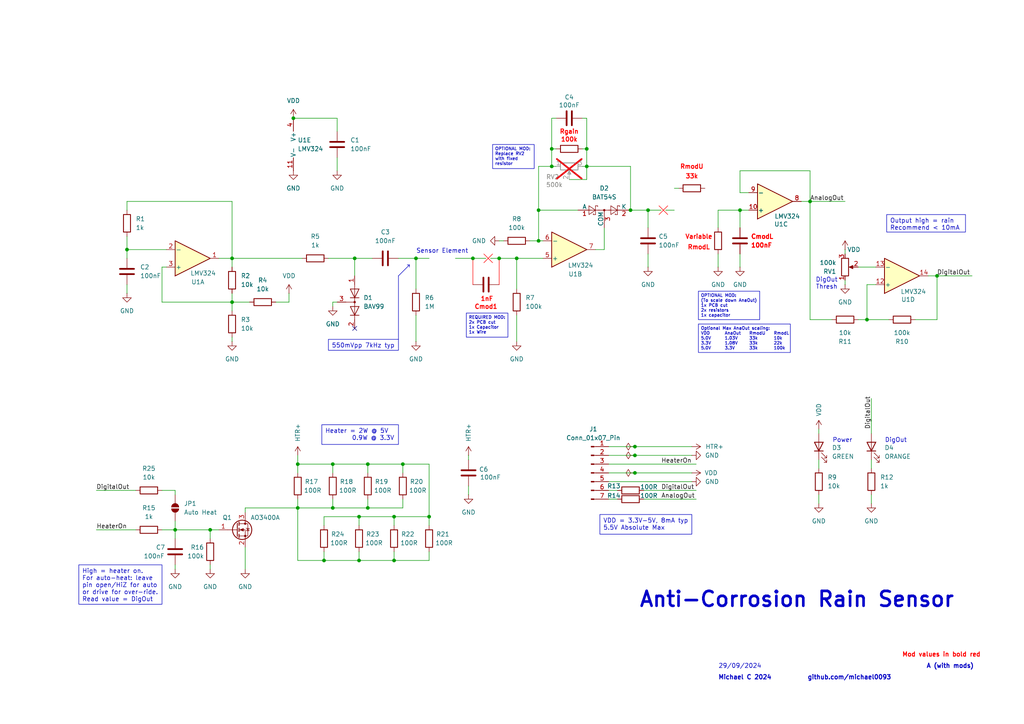
<source format=kicad_sch>
(kicad_sch (version 20231120) (generator "eeschema") (generator_version "8.0")
  (paper "A4")
  (lib_symbols
    (symbol "Amplifier_Operational:LMV324" (pin_names (offset 0.127))
      (property "Reference" "U" (at 0 5.08 0))
      (property "Value" "LMV324" (at 0 -5.08 0))
      (symbol "LMV324_1_1"
        (polyline (pts (xy -5.08 5.08) (xy 5.08 0) (xy -5.08 -5.08) (xy -5.08 5.08)) (stroke (width 0.254)) (fill (type background)))
        (pin output line (at 7.62 0 180) (length 2.54) (name "~") (number "1"))
        (pin input line (at -7.62 -2.54 0) (length 2.54) (name "-") (number "2"))
        (pin input line (at -7.62 2.54 0) (length 2.54) (name "+") (number "3"))
      )
      (symbol "LMV324_2_1"
        (polyline (pts (xy -5.08 5.08) (xy 5.08 0) (xy -5.08 -5.08) (xy -5.08 5.08)) (stroke (width 0.254)) (fill (type background)))
        (pin input line (at -7.62 2.54 0) (length 2.54) (name "+") (number "5"))
        (pin input line (at -7.62 -2.54 0) (length 2.54) (name "-") (number "6"))
        (pin output line (at 7.62 0 180) (length 2.54) (name "~") (number "7"))
      )
      (symbol "LMV324_3_1"
        (polyline (pts (xy -5.08 5.08) (xy 5.08 0) (xy -5.08 -5.08) (xy -5.08 5.08)) (stroke (width 0.254)) (fill (type background)))
        (pin input line (at -7.62 2.54 0) (length 2.54) (name "+") (number "10"))
        (pin output line (at 7.62 0 180) (length 2.54) (name "~") (number "8"))
        (pin input line (at -7.62 -2.54 0) (length 2.54) (name "-") (number "9"))
      )
      (symbol "LMV324_4_1"
        (polyline (pts (xy -5.08 5.08) (xy 5.08 0) (xy -5.08 -5.08) (xy -5.08 5.08)) (stroke (width 0.254)) (fill (type background)))
        (pin input line (at -7.62 2.54 0) (length 2.54) (name "+") (number "12"))
        (pin input line (at -7.62 -2.54 0) (length 2.54) (name "-") (number "13"))
        (pin output line (at 7.62 0 180) (length 2.54) (name "~") (number "14"))
      )
      (symbol "LMV324_5_1"
        (pin power_in line (at -2.54 -7.62 90) (length 3.81) (name "V-") (number "11"))
        (pin power_in line (at -2.54 7.62 270) (length 3.81) (name "V+") (number "4"))
      )
    )
    (symbol "Connector:Conn_01x07_Pin" (pin_names (offset 1.016) hide)
      (property "Reference" "J" (at 0 10.16 0))
      (property "Value" "Conn_01x07_Pin" (at 0 -10.16 0))
      (symbol "Conn_01x07_Pin_1_1"
        (polyline (pts (xy 1.27 -7.62) (xy 0.8636 -7.62)) (stroke (width 0.1524)))
        (polyline (pts (xy 1.27 -5.08) (xy 0.8636 -5.08)) (stroke (width 0.1524)))
        (polyline (pts (xy 1.27 -2.54) (xy 0.8636 -2.54)) (stroke (width 0.1524)))
        (polyline (pts (xy 1.27 0) (xy 0.8636 0)) (stroke (width 0.1524)))
        (polyline (pts (xy 1.27 2.54) (xy 0.8636 2.54)) (stroke (width 0.1524)))
        (polyline (pts (xy 1.27 5.08) (xy 0.8636 5.08)) (stroke (width 0.1524)))
        (polyline (pts (xy 1.27 7.62) (xy 0.8636 7.62)) (stroke (width 0.1524)))
        (rectangle (start 0.8636 -7.493) (end 0 -7.747) (stroke (width 0.1524)) (fill (type outline)))
        (rectangle (start 0.8636 -4.953) (end 0 -5.207) (stroke (width 0.1524)) (fill (type outline)))
        (rectangle (start 0.8636 -2.413) (end 0 -2.667) (stroke (width 0.1524)) (fill (type outline)))
        (rectangle (start 0.8636 0.127) (end 0 -0.127) (stroke (width 0.1524)) (fill (type outline)))
        (rectangle (start 0.8636 2.667) (end 0 2.413) (stroke (width 0.1524)) (fill (type outline)))
        (rectangle (start 0.8636 5.207) (end 0 4.953) (stroke (width 0.1524)) (fill (type outline)))
        (rectangle (start 0.8636 7.747) (end 0 7.493) (stroke (width 0.1524)) (fill (type outline)))
        (pin passive line (at 5.08 7.62 180) (length 3.81) (name "Pin_1") (number "1"))
        (pin passive line (at 5.08 5.08 180) (length 3.81) (name "Pin_2") (number "2"))
        (pin passive line (at 5.08 2.54 180) (length 3.81) (name "Pin_3") (number "3"))
        (pin passive line (at 5.08 0 180) (length 3.81) (name "Pin_4") (number "4"))
        (pin passive line (at 5.08 -2.54 180) (length 3.81) (name "Pin_5") (number "5"))
        (pin passive line (at 5.08 -5.08 180) (length 3.81) (name "Pin_6") (number "6"))
        (pin passive line (at 5.08 -7.62 180) (length 3.81) (name "Pin_7") (number "7"))
      )
    )
    (symbol "Device:C" (pin_numbers hide) (pin_names (offset 0.254))
      (property "Reference" "C" (at 0.635 2.54 0))
      (property "Value" "C" (at 0.635 -2.54 0))
      (symbol "C_0_1"
        (polyline (pts (xy -2.032 -0.762) (xy 2.032 -0.762)) (stroke (width 0.508)))
        (polyline (pts (xy -2.032 0.762) (xy 2.032 0.762)) (stroke (width 0.508)))
      )
      (symbol "C_1_1"
        (pin passive line (at 0 3.81 270) (length 2.794) (name "~") (number "1"))
        (pin passive line (at 0 -3.81 90) (length 2.794) (name "~") (number "2"))
      )
    )
    (symbol "Device:LED" (pin_numbers hide) (pin_names (offset 1.016) hide)
      (property "Reference" "D" (at 0 2.54 0))
      (property "Value" "LED" (at 0 -2.54 0))
      (symbol "LED_0_1"
        (polyline (pts (xy -1.27 -1.27) (xy -1.27 1.27)) (stroke (width 0.254)))
        (polyline (pts (xy -1.27 0) (xy 1.27 0)))
        (polyline (pts (xy 1.27 -1.27) (xy 1.27 1.27) (xy -1.27 0) (xy 1.27 -1.27)) (stroke (width 0.254)))
        (polyline (pts (xy -3.048 -0.762) (xy -4.572 -2.286) (xy -3.81 -2.286) (xy -4.572 -2.286) (xy -4.572 -1.524)))
        (polyline (pts (xy -1.778 -0.762) (xy -3.302 -2.286) (xy -2.54 -2.286) (xy -3.302 -2.286) (xy -3.302 -1.524)))
      )
      (symbol "LED_1_1"
        (pin passive line (at -3.81 0 0) (length 2.54) (name "K") (number "1"))
        (pin passive line (at 3.81 0 180) (length 2.54) (name "A") (number "2"))
      )
    )
    (symbol "Device:R" (pin_numbers hide) (pin_names (offset 0))
      (property "Reference" "R" (at 2.032 0 90))
      (property "Value" "R" (at 0 0 90))
      (symbol "R_0_1"
        (rectangle (start -1.016 -2.54) (end 1.016 2.54) (stroke (width 0.254)))
      )
      (symbol "R_1_1"
        (pin passive line (at 0 3.81 270) (length 1.27) (name "~") (number "1"))
        (pin passive line (at 0 -3.81 90) (length 1.27) (name "~") (number "2"))
      )
    )
    (symbol "Device:R_Potentiometer" (pin_names (offset 1.016) hide)
      (property "Reference" "RV" (at -4.445 0 90))
      (property "Value" "R_Potentiometer" (at -2.54 0 90))
      (symbol "R_Potentiometer_0_1"
        (polyline (pts (xy 2.54 0) (xy 1.524 0)))
        (polyline (pts (xy 1.143 0) (xy 2.286 0.508) (xy 2.286 -0.508) (xy 1.143 0)) (fill (type outline)))
        (rectangle (start 1.016 2.54) (end -1.016 -2.54) (stroke (width 0.254)))
      )
      (symbol "R_Potentiometer_1_1"
        (pin passive line (at 0 3.81 270) (length 1.27) (name "1") (number "1"))
        (pin passive line (at 3.81 0 180) (length 1.27) (name "2") (number "2"))
        (pin passive line (at 0 -3.81 90) (length 1.27) (name "3") (number "3"))
      )
    )
    (symbol "Diode:BAT54S" (pin_names (offset 0))
      (property "Reference" "D" (at 2.54 -5.08 0))
      (property "Value" "BAT54S" (at -6.35 3.175 0))
      (symbol "BAT54S_0_1"
        (polyline (pts (xy -3.81 0) (xy -1.27 0)))
        (polyline (pts (xy -3.175 -1.27) (xy -3.175 -1.016)))
        (polyline (pts (xy -2.54 -1.27) (xy -3.175 -1.27)))
        (polyline (pts (xy -2.54 -1.27) (xy -2.54 1.27)))
        (polyline (pts (xy -2.54 1.27) (xy -1.905 1.27)))
        (polyline (pts (xy -1.905 0) (xy 1.905 0)))
        (polyline (pts (xy -1.905 1.27) (xy -1.905 1.016)))
        (polyline (pts (xy 1.27 0) (xy 3.81 0)))
        (polyline (pts (xy 3.175 -1.27) (xy 3.175 -1.016)))
        (polyline (pts (xy 3.81 -1.27) (xy 3.175 -1.27)))
        (polyline (pts (xy 3.81 -1.27) (xy 3.81 1.27)))
        (polyline (pts (xy 3.81 1.27) (xy 4.445 1.27)))
        (polyline (pts (xy 4.445 1.27) (xy 4.445 1.016)))
        (polyline (pts (xy -4.445 1.27) (xy -4.445 -1.27) (xy -2.54 0) (xy -4.445 1.27)))
        (polyline (pts (xy 1.905 1.27) (xy 1.905 -1.27) (xy 3.81 0) (xy 1.905 1.27)))
        (circle (center 0 0) (radius 0.254) (fill (type outline)))
      )
      (symbol "BAT54S_1_1"
        (pin passive line (at -7.62 0 0) (length 3.81) (name "A") (number "1"))
        (pin passive line (at 7.62 0 180) (length 3.81) (name "K") (number "2"))
        (pin passive line (at 0 -5.08 90) (length 5.08) (name "COM") (number "3"))
      )
    )
    (symbol "Diode:BAV99" (pin_names hide)
      (property "Reference" "D" (at 0 5.08 0))
      (property "Value" "BAV99" (at 0 2.54 0))
      (symbol "BAV99_0_1"
        (polyline (pts (xy -5.08 0) (xy 5.08 0)))
      )
      (symbol "BAV99_1_1"
        (polyline (pts (xy 0 0) (xy 0 -2.54)))
        (polyline (pts (xy -1.27 -1.27) (xy -1.27 1.27) (xy -1.27 1.27)) (stroke (width 0.2032)))
        (polyline (pts (xy 3.81 1.27) (xy 3.81 -1.27) (xy 3.81 -1.27)) (stroke (width 0.2032)))
        (polyline (pts (xy -3.81 1.27) (xy -1.27 0) (xy -3.81 -1.27) (xy -3.81 1.27) (xy -3.81 1.27) (xy -3.81 1.27)) (stroke (width 0.2032)))
        (polyline (pts (xy 1.27 1.27) (xy 3.81 0) (xy 1.27 -1.27) (xy 1.27 1.27) (xy 1.27 1.27) (xy 1.27 1.27)) (stroke (width 0.2032)))
        (circle (center 0 0) (radius 0.254) (fill (type outline)))
        (pin passive line (at -7.62 0 0) (length 2.54) (name "K") (number "1"))
        (pin passive line (at 7.62 0 180) (length 2.54) (name "A") (number "2"))
        (pin passive line (at 0 -5.08 90) (length 2.54) (name "K") (number "3"))
      )
    )
    (symbol "Jumper:SolderJumper_2_Open" (pin_numbers hide) (pin_names (offset 0) hide) (exclude_from_sim yes) (in_bom no)
      (property "Reference" "JP" (at 0 2.032 0))
      (property "Value" "SolderJumper_2_Open" (at 0 -2.54 0))
      (symbol "SolderJumper_2_Open_0_1"
        (arc (start -0.254 1.016) (mid -1.2656 0) (end -0.254 -1.016))
        (arc (start -0.254 1.016) (mid -1.2656 0) (end -0.254 -1.016) (fill (type outline)))
        (polyline (pts (xy -0.254 1.016) (xy -0.254 -1.016)))
        (polyline (pts (xy 0.254 1.016) (xy 0.254 -1.016)))
        (arc (start 0.254 -1.016) (mid 1.2656 0) (end 0.254 1.016))
        (arc (start 0.254 -1.016) (mid 1.2656 0) (end 0.254 1.016) (fill (type outline)))
      )
      (symbol "SolderJumper_2_Open_1_1"
        (pin passive line (at -3.81 0 0) (length 2.54) (name "A") (number "1"))
        (pin passive line (at 3.81 0 180) (length 2.54) (name "B") (number "2"))
      )
    )
    (symbol "Transistor_FET:AO3400A" (pin_names hide)
      (property "Reference" "Q" (at 5.08 1.905 0))
      (property "Value" "AO3400A" (at 5.08 0 0))
      (symbol "AO3400A_0_1"
        (polyline (pts (xy 0.254 0) (xy -2.54 0)))
        (polyline (pts (xy 0.254 1.905) (xy 0.254 -1.905)) (stroke (width 0.254)))
        (polyline (pts (xy 0.762 -1.27) (xy 0.762 -2.286)) (stroke (width 0.254)))
        (polyline (pts (xy 0.762 0.508) (xy 0.762 -0.508)) (stroke (width 0.254)))
        (polyline (pts (xy 0.762 2.286) (xy 0.762 1.27)) (stroke (width 0.254)))
        (polyline (pts (xy 2.54 2.54) (xy 2.54 1.778)))
        (polyline (pts (xy 2.54 -2.54) (xy 2.54 0) (xy 0.762 0)))
        (polyline (pts (xy 0.762 -1.778) (xy 3.302 -1.778) (xy 3.302 1.778) (xy 0.762 1.778)))
        (polyline (pts (xy 1.016 0) (xy 2.032 0.381) (xy 2.032 -0.381) (xy 1.016 0)) (fill (type outline)))
        (polyline (pts (xy 2.794 0.508) (xy 2.921 0.381) (xy 3.683 0.381) (xy 3.81 0.254)))
        (polyline (pts (xy 3.302 0.381) (xy 2.921 -0.254) (xy 3.683 -0.254) (xy 3.302 0.381)))
        (circle (center 1.651 0) (radius 2.794) (stroke (width 0.254)))
        (circle (center 2.54 -1.778) (radius 0.254) (fill (type outline)))
        (circle (center 2.54 1.778) (radius 0.254) (fill (type outline)))
      )
      (symbol "AO3400A_1_1"
        (pin input line (at -5.08 0 0) (length 2.54) (name "G") (number "1"))
        (pin passive line (at 2.54 -5.08 90) (length 2.54) (name "S") (number "2"))
        (pin passive line (at 2.54 5.08 270) (length 2.54) (name "D") (number "3"))
      )
    )
    (symbol "power:GND" (power) (pin_numbers hide) (pin_names (offset 0) hide)
      (property "Value" "GND" (at 0 -3.81 0))
      (symbol "GND_0_1"
        (polyline (pts (xy 0 0) (xy 0 -1.27) (xy 1.27 -1.27) (xy 0 -2.54) (xy -1.27 -1.27) (xy 0 -1.27)))
      )
      (symbol "GND_1_1"
        (pin power_in line (at 0 0 270) (length 0) (name "~") (number "1"))
      )
    )
    (symbol "power:PWR_FLAG" (power) (pin_numbers hide) (pin_names (offset 0) hide)
      (property "Value" "PWR_FLAG" (at 0 3.81 0))
      (symbol "PWR_FLAG_0_0"
        (pin power_out line (at 0 0 90) (length 0) (name "~") (number "1"))
      )
      (symbol "PWR_FLAG_0_1"
        (polyline (pts (xy 0 0) (xy 0 1.27) (xy -1.016 1.905) (xy 0 2.54) (xy 1.016 1.905) (xy 0 1.27)))
      )
    )
    (symbol "power:VDD" (power) (pin_numbers hide) (pin_names (offset 0) hide)
      (property "Value" "VDD" (at 0 3.556 0))
      (symbol "VDD_0_1"
        (polyline (pts (xy -0.762 1.27) (xy 0 2.54)))
        (polyline (pts (xy 0 0) (xy 0 2.54)))
        (polyline (pts (xy 0 2.54) (xy 0.762 1.27)))
      )
      (symbol "VDD_1_1"
        (pin power_in line (at 0 0 90) (length 0) (name "~") (number "1"))
      )
    )
  )
  (junction (at 187.96 60.96))
  (junction (at 149.86 74.93))
  (junction (at 184.15 129.54))
  (junction (at 160.02 48.26))
  (junction (at 214.63 60.96))
  (junction (at 137.16 74.93))
  (junction (at 170.18 43.18))
  (junction (at 106.68 134.62))
  (junction (at 102.87 74.93))
  (junction (at 234.95 58.42))
  (junction (at 104.14 162.56))
  (junction (at 67.31 87.63))
  (junction (at 96.52 134.62))
  (junction (at 120.65 74.93))
  (junction (at 86.36 134.62))
  (junction (at 251.46 92.71))
  (junction (at 93.98 162.56))
  (junction (at 124.46 149.86))
  (junction (at 271.78 80.01))
  (junction (at 85.09 34.29))
  (junction (at 114.3 149.86))
  (junction (at 114.3 162.56))
  (junction (at 184.15 137.16))
  (junction (at 67.31 74.93))
  (junction (at 156.21 60.96))
  (junction (at 182.88 60.96))
  (junction (at 50.8 153.67))
  (junction (at 86.36 147.32))
  (junction (at 36.83 72.39))
  (junction (at 160.02 43.18))
  (junction (at 116.84 134.62))
  (junction (at 170.18 48.26))
  (junction (at 96.52 147.32))
  (junction (at 104.14 149.86))
  (junction (at 184.15 132.08))
  (junction (at 60.96 153.67))
  (junction (at 156.21 69.85))
  (junction (at 144.78 74.93))
  (junction (at 106.68 147.32))
  (no_connect (at 102.87 95.25))
  (wire (pts (xy 124.46 162.56) (xy 124.46 160.02)))
  (wire (pts (xy 50.8 142.24) (xy 50.8 143.51)))
  (wire (pts (xy 137.16 74.93) (xy 140.97 74.93)))
  (wire (pts (xy 50.8 163.83) (xy 50.8 165.1)))
  (wire (pts (xy 80.01 87.63) (xy 83.82 87.63)))
  (wire (pts (xy 50.8 153.67) (xy 50.8 156.21)))
  (wire (pts (xy 156.21 48.26) (xy 156.21 60.96)))
  (wire (pts (xy 97.79 38.1) (xy 97.79 34.29)))
  (wire (pts (xy 234.95 58.42) (xy 234.95 49.53)))
  (wire (pts (xy 96.52 144.78) (xy 96.52 147.32)))
  (wire (pts (xy 271.78 80.01) (xy 281.94 80.01)))
  (wire (pts (xy 132.08 74.93) (xy 137.16 74.93)))
  (wire (pts (xy 195.58 60.96) (xy 193.04 60.96)))
  (wire (pts (xy 67.31 74.93) (xy 87.63 74.93)))
  (wire (pts (xy 208.28 60.96) (xy 214.63 60.96)))
  (wire (pts (xy 144.78 74.93) (xy 149.86 74.93)))
  (wire (pts (xy 97.79 87.63) (xy 96.52 87.63)))
  (wire (pts (xy 106.68 134.62) (xy 116.84 134.62)))
  (wire (pts (xy 67.31 74.93) (xy 67.31 58.42)))
  (wire (pts (xy 104.14 149.86) (xy 114.3 149.86)))
  (wire (pts (xy 36.83 72.39) (xy 36.83 74.93)))
  (wire (pts (xy 176.53 142.24) (xy 179.07 142.24)))
  (wire (pts (xy 97.79 49.53) (xy 97.79 45.72)))
  (wire (pts (xy 114.3 162.56) (xy 124.46 162.56)))
  (wire (pts (xy 124.46 134.62) (xy 116.84 134.62)))
  (wire (pts (xy 67.31 85.09) (xy 67.31 87.63)))
  (wire (pts (xy 86.36 137.16) (xy 86.36 134.62)))
  (wire (pts (xy 237.49 125.73) (xy 237.49 124.46)))
  (wire (pts (xy 252.73 143.51) (xy 252.73 146.05)))
  (wire (pts (xy 184.15 132.08) (xy 200.66 132.08)))
  (polyline (pts (xy 118.11 76.835) (xy 118.745 76.835)))
  (wire (pts (xy 187.96 60.96) (xy 191.77 60.96)))
  (wire (pts (xy 60.96 153.67) (xy 60.96 156.21)))
  (wire (pts (xy 187.96 77.47) (xy 187.96 73.66)))
  (wire (pts (xy 186.69 144.78) (xy 201.93 144.78)))
  (wire (pts (xy 63.5 74.93) (xy 67.31 74.93)))
  (wire (pts (xy 232.41 58.42) (xy 234.95 58.42)))
  (wire (pts (xy 36.83 68.58) (xy 36.83 72.39)))
  (wire (pts (xy 116.84 134.62) (xy 116.84 137.16)))
  (wire (pts (xy 27.94 153.67) (xy 39.37 153.67)))
  (wire (pts (xy 176.53 137.16) (xy 184.15 137.16)))
  (wire (pts (xy 124.46 149.86) (xy 124.46 152.4)))
  (wire (pts (xy 160.02 34.29) (xy 160.02 43.18)))
  (wire (pts (xy 137.16 74.93) (xy 137.16 82.55)) (stroke (width 0) (color 255 0 0 1)))
  (wire (pts (xy 165.1 52.07) (xy 170.18 52.07)))
  (wire (pts (xy 93.98 160.02) (xy 93.98 162.56)))
  (wire (pts (xy 96.52 147.32) (xy 86.36 147.32)))
  (wire (pts (xy 97.79 34.29) (xy 85.09 34.29)))
  (wire (pts (xy 172.72 72.39) (xy 175.26 72.39)))
  (wire (pts (xy 86.36 147.32) (xy 86.36 162.56)))
  (wire (pts (xy 156.21 69.85) (xy 157.48 69.85)))
  (wire (pts (xy 170.18 34.29) (xy 168.91 34.29)))
  (wire (pts (xy 142.24 74.93) (xy 144.78 74.93)))
  (wire (pts (xy 170.18 43.18) (xy 170.18 34.29)))
  (wire (pts (xy 36.83 58.42) (xy 36.83 60.96)))
  (wire (pts (xy 269.24 80.01) (xy 271.78 80.01)))
  (wire (pts (xy 135.89 140.97) (xy 135.89 143.51)))
  (wire (pts (xy 93.98 149.86) (xy 104.14 149.86)))
  (polyline (pts (xy 140.335 76.2) (xy 142.875 73.66)) (stroke (width 0) (color 255 0 0 1)))
  (wire (pts (xy 187.96 60.96) (xy 187.96 66.04)))
  (wire (pts (xy 214.63 49.53) (xy 214.63 55.88)))
  (wire (pts (xy 27.94 142.24) (xy 39.37 142.24)))
  (wire (pts (xy 120.65 74.93) (xy 115.57 74.93)))
  (wire (pts (xy 60.96 163.83) (xy 60.96 165.1)))
  (wire (pts (xy 170.18 52.07) (xy 170.18 48.26)))
  (wire (pts (xy 208.28 60.96) (xy 208.28 66.04)))
  (wire (pts (xy 50.8 153.67) (xy 46.99 153.67)))
  (wire (pts (xy 96.52 87.63) (xy 96.52 88.9)))
  (wire (pts (xy 176.53 139.7) (xy 200.66 139.7)))
  (wire (pts (xy 195.58 54.61) (xy 196.85 54.61)))
  (wire (pts (xy 104.14 149.86) (xy 104.14 152.4)))
  (wire (pts (xy 71.12 147.32) (xy 86.36 147.32)))
  (wire (pts (xy 252.73 133.35) (xy 252.73 135.89)))
  (wire (pts (xy 257.81 92.71) (xy 251.46 92.71)))
  (wire (pts (xy 86.36 134.62) (xy 96.52 134.62)))
  (wire (pts (xy 106.68 144.78) (xy 106.68 147.32)))
  (wire (pts (xy 102.87 74.93) (xy 107.95 74.93)))
  (wire (pts (xy 120.65 91.44) (xy 120.65 99.06)))
  (wire (pts (xy 86.36 132.08) (xy 86.36 134.62)))
  (wire (pts (xy 96.52 134.62) (xy 96.52 137.16)))
  (wire (pts (xy 106.68 134.62) (xy 106.68 137.16)))
  (wire (pts (xy 67.31 74.93) (xy 67.31 77.47)))
  (wire (pts (xy 176.53 132.08) (xy 184.15 132.08)))
  (wire (pts (xy 104.14 162.56) (xy 114.3 162.56)))
  (wire (pts (xy 161.29 34.29) (xy 160.02 34.29)))
  (wire (pts (xy 234.95 49.53) (xy 214.63 49.53)))
  (wire (pts (xy 237.49 133.35) (xy 237.49 135.89)))
  (wire (pts (xy 116.84 147.32) (xy 106.68 147.32)))
  (wire (pts (xy 187.96 60.96) (xy 182.88 60.96)))
  (wire (pts (xy 149.86 74.93) (xy 157.48 74.93)))
  (wire (pts (xy 104.14 160.02) (xy 104.14 162.56)))
  (wire (pts (xy 214.63 55.88) (xy 217.17 55.88)))
  (wire (pts (xy 71.12 158.75) (xy 71.12 165.1)))
  (wire (pts (xy 67.31 87.63) (xy 67.31 90.17)))
  (polyline (pts (xy 191.135 59.69) (xy 193.675 62.23)) (stroke (width 0) (color 255 0 0 1)))
  (wire (pts (xy 160.02 43.18) (xy 161.29 43.18)))
  (wire (pts (xy 36.83 72.39) (xy 48.26 72.39)))
  (wire (pts (xy 46.99 77.47) (xy 46.99 87.63)))
  (polyline (pts (xy 118.745 76.835) (xy 118.745 77.47)))
  (wire (pts (xy 71.12 148.59) (xy 71.12 147.32)))
  (polyline (pts (xy 191.135 62.23) (xy 193.675 59.69)) (stroke (width 0) (color 255 0 0 1)))
  (wire (pts (xy 93.98 162.56) (xy 104.14 162.56)))
  (wire (pts (xy 67.31 58.42) (xy 36.83 58.42)))
  (wire (pts (xy 160.02 48.26) (xy 156.21 48.26)))
  (wire (pts (xy 93.98 152.4) (xy 93.98 149.86)))
  (wire (pts (xy 102.87 80.01) (xy 102.87 74.93)))
  (wire (pts (xy 48.26 77.47) (xy 46.99 77.47)))
  (wire (pts (xy 214.63 60.96) (xy 217.17 60.96)))
  (wire (pts (xy 96.52 134.62) (xy 106.68 134.62)))
  (wire (pts (xy 184.15 137.16) (xy 200.66 137.16)))
  (wire (pts (xy 160.02 43.18) (xy 160.02 48.26)))
  (wire (pts (xy 46.99 87.63) (xy 67.31 87.63)))
  (wire (pts (xy 252.73 115.57) (xy 252.73 125.73)))
  (wire (pts (xy 161.29 48.26) (xy 160.02 48.26)))
  (wire (pts (xy 67.31 97.79) (xy 67.31 99.06)))
  (wire (pts (xy 50.8 151.13) (xy 50.8 153.67)))
  (wire (pts (xy 86.36 144.78) (xy 86.36 147.32)))
  (wire (pts (xy 182.88 48.26) (xy 182.88 60.96)))
  (wire (pts (xy 176.53 144.78) (xy 179.07 144.78)))
  (wire (pts (xy 114.3 160.02) (xy 114.3 162.56)))
  (wire (pts (xy 120.65 74.93) (xy 124.46 74.93)))
  (wire (pts (xy 144.78 74.93) (xy 144.78 82.55)) (stroke (width 0) (color 255 0 0 1)))
  (wire (pts (xy 144.78 69.85) (xy 146.05 69.85)))
  (wire (pts (xy 176.53 129.54) (xy 184.15 129.54)))
  (wire (pts (xy 251.46 82.55) (xy 254 82.55)))
  (wire (pts (xy 114.3 149.86) (xy 124.46 149.86)))
  (wire (pts (xy 102.87 74.93) (xy 95.25 74.93)))
  (wire (pts (xy 245.11 72.39) (xy 245.11 73.66)))
  (wire (pts (xy 124.46 134.62) (xy 124.46 149.86)))
  (wire (pts (xy 214.63 60.96) (xy 214.63 66.04)))
  (wire (pts (xy 86.36 162.56) (xy 93.98 162.56)))
  (wire (pts (xy 116.84 144.78) (xy 116.84 147.32)))
  (wire (pts (xy 271.78 80.01) (xy 271.78 92.71)))
  (wire (pts (xy 135.89 132.08) (xy 135.89 133.35)))
  (polyline (pts (xy 115.57 98.425) (xy 115.57 80.01)))
  (wire (pts (xy 156.21 60.96) (xy 156.21 69.85)))
  (wire (pts (xy 72.39 87.63) (xy 67.31 87.63)))
  (wire (pts (xy 149.86 91.44) (xy 149.86 99.06)))
  (wire (pts (xy 245.11 82.55) (xy 245.11 81.28)))
  (wire (pts (xy 120.65 83.82) (xy 120.65 74.93)))
  (wire (pts (xy 184.15 129.54) (xy 200.66 129.54)))
  (wire (pts (xy 36.83 82.55) (xy 36.83 85.09)))
  (wire (pts (xy 63.5 153.67) (xy 60.96 153.67)))
  (wire (pts (xy 106.68 147.32) (xy 96.52 147.32)))
  (wire (pts (xy 176.53 134.62) (xy 201.93 134.62)))
  (wire (pts (xy 46.99 142.24) (xy 50.8 142.24)))
  (wire (pts (xy 149.86 83.82) (xy 149.86 74.93)))
  (wire (pts (xy 271.78 92.71) (xy 265.43 92.71)))
  (polyline (pts (xy 140.335 73.66) (xy 142.875 76.2)) (stroke (width 0) (color 255 0 0 1)))
  (wire (pts (xy 167.64 60.96) (xy 156.21 60.96)))
  (wire (pts (xy 153.67 69.85) (xy 156.21 69.85)))
  (wire (pts (xy 234.95 58.42) (xy 245.11 58.42)))
  (wire (pts (xy 168.91 43.18) (xy 170.18 43.18)))
  (wire (pts (xy 186.69 142.24) (xy 201.93 142.24)))
  (wire (pts (xy 170.18 48.26) (xy 170.18 43.18)))
  (wire (pts (xy 170.18 48.26) (xy 182.88 48.26)))
  (wire (pts (xy 60.96 153.67) (xy 50.8 153.67)))
  (wire (pts (xy 241.3 92.71) (xy 234.95 92.71)))
  (wire (pts (xy 175.26 72.39) (xy 175.26 66.04)))
  (wire (pts (xy 248.92 77.47) (xy 254 77.47)))
  (wire (pts (xy 214.63 77.47) (xy 214.63 73.66)))
  (wire (pts (xy 237.49 143.51) (xy 237.49 146.05)))
  (polyline (pts (xy 115.57 80.01) (xy 118.745 76.835)))
  (wire (pts (xy 83.82 87.63) (xy 83.82 85.09)))
  (wire (pts (xy 208.28 73.66) (xy 208.28 77.47)))
  (wire (pts (xy 114.3 149.86) (xy 114.3 152.4)))
  (wire (pts (xy 248.92 92.71) (xy 251.46 92.71)))
  (wire (pts (xy 251.46 92.71) (xy 251.46 82.55)))
  (wire (pts (xy 234.95 92.71) (xy 234.95 58.42)))
  (wire (pts (xy 168.91 48.26) (xy 170.18 48.26)))
  (text_box "Optional Max AnaOut scaling:\nVDD		AnaOut	RmodU	RmodL\n5.0V	1.03V	33k		10k\n3.3V	1.08V	33k		22k\n5.0V	3.3V	33k		100k" (at 202.565 93.98 0) (size 26.67 8.255) (effects (font (size 0.889 0.889)) (justify left top)))
  (text_box "Heater = 2W @ 5V \n        0.9W @ 3.3V" (at 93.345 123.19 0) (size 22.225 5.715) (effects (font (size 1.27 1.27)) (justify left top)))
  (text_box "Output high = rain\nRecommend < 10mA" (at 257.175 62.23 0) (size 22.86 5.08) (effects (font (size 1.27 1.27)) (justify left top)))
  (text_box "VDD = 3.3V-5V, 8mA typ\n5.5V Absolute Max" (at 173.99 149.225 0) (size 26.67 5.715) (effects (font (size 1.27 1.27)) (justify left top)))
  (text_box "OPTIONAL MOD:\nReplace RV2 with fixed resistor" (at 142.875 41.91 0) (size 12.065 6.985) (effects (font (size 0.889 0.889)) (justify left top)))
  (text_box "550mVpp 7kHz typ" (at 95.25 98.425 0) (size 20.32 3.175) (effects (font (size 1.27 1.27)) (justify left top)))
  (text_box "High = heater on.\nFor auto-heat: leave pin open/HiZ for auto or drive for over-ride. Read value = DigOut" (at 22.86 163.83 0) (size 24.13 11.43) (effects (font (size 1.27 1.27)) (justify left top)))
  (text_box "REQUIRED MOD:\n2x PCB cut\n1x Capacitor\n1x Wire" (at 135.255 90.805 0) (size 12.065 6.985) (effects (font (size 0.889 0.889)) (justify left top)))
  (text_box "OPTIONAL MOD:\n(To scale down AnaOut)\n1x PCB cut\n2x resistors\n1x capacitor" (at 202.565 84.455 0) (size 17.78 8.255) (effects (font (size 0.889 0.889)) (justify left top)))
  (text "29/09/2024" (at 214.63 193.294 0) (effects (font (size 1.27 1.27))))
  (text "Power" (at 244.348 127.762 0) (effects (font (size 1.27 1.27))))
  (text "DigOut" (at 259.842 127.762 0) (effects (font (size 1.27 1.27))))
  (text "A (with mods)" (at 275.59 193.294 0) (effects (font (size 1.27 1.27) (thickness 0.254) (bold yes))))
  (text "Michael C 2024           github.com/michael0093" (at 233.426 196.596 0) (effects (font (size 1.27 1.27) (thickness 0.254) (bold yes))))
  (text "Sensor Element" (at 128.27 72.898 0) (effects (font (size 1.27 1.27))))
  (text "Anti-Corrosion Rain Sensor" (at 231.14 173.99 0) (effects (font (size 4.318 4.318) (thickness 0.762) (bold yes))))
  (text "DigOut\nThresh" (at 239.776 82.296 0) (effects (font (size 1.27 1.27))))
  (text "Mod values in bold red" (at 273.05 189.992 0) (effects (font (size 1.27 1.27) (thickness 0.254) (bold yes))))
  (label "HeaterOn" (at 36.83 153.67 180))
  (label "AnalogOut" (at 191.77 144.78 0))
  (label "DigitalOut" (at 191.77 142.24 0))
  (label "AnalogOut" (at 234.95 58.42 0))
  (label "HeaterOn" (at 191.77 134.62 0))
  (label "DigitalOut" (at 27.94 142.24 0))
  (label "DigitalOut" (at 252.73 124.46 90))
  (label "DigitalOut" (at 271.78 80.01 0))
  (symbol (lib_id "Device:R") (at 261.62 92.71 90) (mirror x) (unit 1)
    (property "Reference" "R10" (at 261.62 99.06 90))
    (property "Value" "100k" (at 261.62 96.52 90))
    (property "Footprint" "Resistor_SMD:R_0603_1608Metric" (effects (hide yes)))
    (property "Description" "Resistor" (effects (hide yes)))
  )
  (symbol (lib_id "power:GND") (at 200.66 132.08 90) (mirror x) (unit 1)
    (property "Reference" "#PWR017" (effects (hide yes)))
    (property "Value" "GND" (at 204.47 132.0799 90) (effects (justify right)))
    (property "Description" "Power symbol creates a global label with name \"GND\" , ground" (effects (hide yes)))
  )
  (symbol (lib_id "Device:C") (at 50.8 160.02 0) (mirror x) (unit 1)
    (property "Reference" "C7" (at 45.212 158.75 0) (effects (justify left)))
    (property "Value" "100nF" (at 41.656 161.29 0) (effects (justify left)))
    (property "Footprint" "Capacitor_SMD:C_0603_1608Metric" (effects (hide yes)))
    (property "Description" "Unpolarized capacitor" (effects (hide yes)))
  )
  (symbol (lib_id "Device:C") (at 36.83 78.74 0) (unit 1)
    (property "Reference" "C2" (at 40.64 77.4699 0) (effects (justify left)))
    (property "Value" "100nF" (at 40.64 80.0099 0) (effects (justify left)))
    (property "Footprint" "Capacitor_SMD:C_0603_1608Metric" (effects (hide yes)))
    (property "Description" "Unpolarized capacitor" (effects (hide yes)))
  )
  (symbol (lib_id "Device:C") (at 135.89 137.16 0) (unit 1)
    (property "Reference" "C6" (at 138.938 136.144 0) (effects (justify left)))
    (property "Value" "100nF" (at 139.192 138.43 0) (effects (justify left)))
    (property "Footprint" "Capacitor_SMD:C_0603_1608Metric" (effects (hide yes)))
    (property "Description" "Unpolarized capacitor" (effects (hide yes)))
  )
  (symbol (lib_id "power:GND") (at 135.89 143.51 0) (mirror y) (unit 1)
    (property "Reference" "#PWR025" (effects (hide yes)))
    (property "Value" "GND" (at 135.89 148.59 0))
    (property "Description" "Power symbol creates a global label with name \"GND\" , ground" (effects (hide yes)))
  )
  (symbol (lib_id "power:GND") (at 252.73 146.05 0) (mirror y) (unit 1)
    (property "Reference" "#PWR021" (effects (hide yes)))
    (property "Value" "GND" (at 252.73 151.13 0))
    (property "Description" "Power symbol creates a global label with name \"GND\" , ground" (effects (hide yes)))
  )
  (symbol (lib_id "Amplifier_Operational:LMV324") (at 55.88 74.93 0) (mirror x) (unit 1)
    (property "Reference" "U1" (at 57.404 81.788 0))
    (property "Value" "LMV324" (at 58.928 79.248 0))
    (property "Footprint" "Package_SO:SOIC-14_3.9x8.7mm_P1.27mm" (effects (hide yes)))
    (property "Datasheet" "http://www.ti.com/lit/ds/symlink/lmv324.pdf" (effects (hide yes)))
    (property "Description" "Quad Low-Voltage Rail-to-Rail Output Operational Amplifier, SOIC-14/SSOP-14" (effects (hide yes)))
  )
  (symbol (lib_id "power:GND") (at 36.83 85.09 0) (unit 1)
    (property "Reference" "#PWR03" (effects (hide yes)))
    (property "Value" "GND" (at 36.83 90.17 0))
    (property "Description" "Power symbol creates a global label with name \"GND\" , ground" (effects (hide yes)))
  )
  (symbol (lib_id "power:GND") (at 71.12 165.1 0) (unit 1)
    (property "Reference" "#PWR022" (effects (hide yes)))
    (property "Value" "GND" (at 71.12 170.18 0))
    (property "Description" "Power symbol creates a global label with name \"GND\" , ground" (effects (hide yes)))
  )
  (symbol (lib_id "Device:R") (at 124.46 156.21 180) (unit 1)
    (property "Reference" "R21" (at 126.492 154.94 0) (effects (justify right)))
    (property "Value" "100R" (at 126.238 157.48 0) (effects (justify right)))
    (property "Footprint" "Resistor_SMD:R_1206_3216Metric" (effects (hide yes)))
    (property "Description" "Resistor" (effects (hide yes)))
  )
  (symbol (lib_id "Device:R") (at 76.2 87.63 90) (unit 1)
    (property "Reference" "R4" (at 76.2 81.28 90))
    (property "Value" "10k" (at 76.2 83.82 90))
    (property "Footprint" "Resistor_SMD:R_0603_1608Metric" (effects (hide yes)))
    (property "Description" "Resistor" (effects (hide yes)))
  )
  (symbol (lib_id "Device:R") (at 165.1 43.18 90) (unit 1)
    (property "Reference" "Rgain" (at 165.1 38.1 90) (effects (font (bold yes))))
    (property "Value" "100k" (at 165.1 40.386 90) (effects (font (bold yes))))
    (property "Footprint" "Resistor_SMD:R_0603_1608Metric" (effects (hide yes)))
    (property "Description" "Resistor" (effects (hide yes)))
  )
  (symbol (lib_id "Device:R") (at 245.11 92.71 90) (mirror x) (unit 1)
    (property "Reference" "R11" (at 245.11 99.06 90))
    (property "Value" "10k" (at 245.11 96.52 90))
    (property "Footprint" "Resistor_SMD:R_0603_1608Metric" (effects (hide yes)))
    (property "Description" "Resistor" (effects (hide yes)))
  )
  (symbol (lib_id "Device:R") (at 60.96 160.02 0) (mirror x) (unit 1)
    (property "Reference" "R16" (at 59.182 158.75 0) (effects (justify right)))
    (property "Value" "100k" (at 59.182 161.29 0) (effects (justify right)))
    (property "Footprint" "Resistor_SMD:R_0603_1608Metric" (effects (hide yes)))
    (property "Description" "Resistor" (effects (hide yes)))
  )
  (symbol (lib_id "power:PWR_FLAG") (at 184.15 137.16 90) (unit 1)
    (property "Reference" "#FLG03" (effects (hide yes)))
    (property "Value" "PWR_FLAG" (effects (hide yes)))
    (property "Description" "Special symbol for telling ERC where power comes from" (effects (hide yes)))
  )
  (symbol (lib_id "Device:R") (at 149.86 87.63 180) (unit 1)
    (property "Reference" "R7" (at 152.4 86.3599 0) (effects (justify right)))
    (property "Value" "100k" (at 152.4 88.8999 0) (effects (justify right)))
    (property "Footprint" "Resistor_SMD:R_0603_1608Metric" (effects (hide yes)))
    (property "Description" "Resistor" (effects (hide yes)))
  )
  (symbol (lib_id "Device:C") (at 165.1 34.29 90) (unit 1)
    (property "Reference" "C4" (at 165.1 28.194 90))
    (property "Value" "100nF" (at 165.1 30.48 90))
    (property "Footprint" "Capacitor_SMD:C_0603_1608Metric" (effects (hide yes)))
    (property "Description" "Unpolarized capacitor" (effects (hide yes)))
  )
  (symbol (lib_id "power:GND") (at 50.8 165.1 0) (unit 1)
    (property "Reference" "#PWR024" (effects (hide yes)))
    (property "Value" "GND" (at 50.8 170.18 0))
    (property "Description" "Power symbol creates a global label with name \"GND\" , ground" (effects (hide yes)))
  )
  (symbol (lib_id "Device:C") (at 97.79 41.91 0) (unit 1)
    (property "Reference" "C1" (at 101.6 40.6399 0) (effects (justify left)))
    (property "Value" "100nF" (at 101.6 43.1799 0) (effects (justify left)))
    (property "Footprint" "Capacitor_SMD:C_0603_1608Metric" (effects (hide yes)))
    (property "Description" "Unpolarized capacitor" (effects (hide yes)))
  )
  (symbol (lib_id "Device:R") (at 116.84 140.97 180) (unit 1)
    (property "Reference" "R20" (at 118.872 139.7 0) (effects (justify right)))
    (property "Value" "100R" (at 118.618 142.24 0) (effects (justify right)))
    (property "Footprint" "Resistor_SMD:R_1206_3216Metric" (effects (hide yes)))
    (property "Description" "Resistor" (effects (hide yes)))
  )
  (symbol (lib_id "power:GND") (at 120.65 99.06 0) (unit 1)
    (property "Reference" "#PWR08" (effects (hide yes)))
    (property "Value" "GND" (at 120.65 104.14 0))
    (property "Description" "Power symbol creates a global label with name \"GND\" , ground" (effects (hide yes)))
  )
  (symbol (lib_id "power:VDD") (at 200.66 129.54 270) (unit 1)
    (property "Reference" "#PWR016" (effects (hide yes)))
    (property "Value" "HTR+" (at 207.264 129.54 90))
    (property "Description" "Power symbol creates a global label with name \"VDD\"" (effects (hide yes)))
  )
  (symbol (lib_id "power:GND") (at 144.78 69.85 270) (mirror x) (unit 1)
    (property "Reference" "#PWR010" (effects (hide yes)))
    (property "Value" "GND" (at 140.97 69.8499 90) (effects (justify right)))
    (property "Description" "Power symbol creates a global label with name \"GND\" , ground" (effects (hide yes)))
  )
  (symbol (lib_id "Device:R") (at 67.31 93.98 0) (unit 1)
    (property "Reference" "R3" (at 69.85 92.7099 0) (effects (justify left)))
    (property "Value" "10k" (at 69.85 95.2499 0) (effects (justify left)))
    (property "Footprint" "Resistor_SMD:R_0603_1608Metric" (effects (hide yes)))
    (property "Description" "Resistor" (effects (hide yes)))
  )
  (symbol (lib_id "Device:R") (at 252.73 139.7 0) (unit 1)
    (property "Reference" "R12" (at 255.27 138.4299 0) (effects (justify left)))
    (property "Value" "1k" (at 255.27 140.9699 0) (effects (justify left)))
    (property "Footprint" "Resistor_SMD:R_0603_1608Metric" (effects (hide yes)))
    (property "Description" "Resistor" (effects (hide yes)))
  )
  (symbol (lib_id "Device:R") (at 91.44 74.93 90) (unit 1)
    (property "Reference" "R5" (at 91.44 68.58 90))
    (property "Value" "1k" (at 91.44 71.12 90))
    (property "Footprint" "Resistor_SMD:R_0603_1608Metric" (effects (hide yes)))
    (property "Description" "Resistor" (effects (hide yes)))
  )
  (symbol (lib_id "power:GND") (at 67.31 99.06 0) (unit 1)
    (property "Reference" "#PWR04" (effects (hide yes)))
    (property "Value" "GND" (at 67.31 104.14 0))
    (property "Description" "Power symbol creates a global label with name \"GND\" , ground" (effects (hide yes)))
  )
  (symbol (lib_id "power:GND") (at 60.96 165.1 0) (unit 1)
    (property "Reference" "#PWR023" (effects (hide yes)))
    (property "Value" "GND" (at 60.96 170.18 0))
    (property "Description" "Power symbol creates a global label with name \"GND\" , ground" (effects (hide yes)))
  )
  (symbol (lib_id "power:GND") (at 200.66 139.7 90) (mirror x) (unit 1)
    (property "Reference" "#PWR014" (effects (hide yes)))
    (property "Value" "GND" (at 204.47 139.6999 90) (effects (justify right)))
    (property "Description" "Power symbol creates a global label with name \"GND\" , ground" (effects (hide yes)))
  )
  (symbol (lib_id "Device:R") (at 96.52 140.97 180) (unit 1)
    (property "Reference" "R18" (at 98.552 139.7 0) (effects (justify right)))
    (property "Value" "100R" (at 98.298 142.24 0) (effects (justify right)))
    (property "Footprint" "Resistor_SMD:R_1206_3216Metric" (effects (hide yes)))
    (property "Description" "Resistor" (effects (hide yes)))
  )
  (symbol (lib_id "Device:R") (at 36.83 64.77 0) (unit 1)
    (property "Reference" "R1" (at 39.37 63.4999 0) (effects (justify left)))
    (property "Value" "1k" (at 39.37 66.0399 0) (effects (justify left)))
    (property "Footprint" "Resistor_SMD:R_0603_1608Metric" (effects (hide yes)))
    (property "Description" "Resistor" (effects (hide yes)))
  )
  (symbol (lib_id "Amplifier_Operational:LMV324") (at 87.63 41.91 0) (unit 5)
    (property "Reference" "U1" (at 86.36 40.6399 0) (effects (justify left)))
    (property "Value" "LMV324" (at 86.36 43.1799 0) (effects (justify left)))
    (property "Footprint" "Package_SO:SOIC-14_3.9x8.7mm_P1.27mm" (effects (hide yes)))
    (property "Datasheet" "http://www.ti.com/lit/ds/symlink/lmv324.pdf" (effects (hide yes)))
    (property "Description" "Quad Low-Voltage Rail-to-Rail Output Operational Amplifier, SOIC-14/SSOP-14" (effects (hide yes)))
  )
  (symbol (lib_id "Device:C") (at 187.96 69.85 0) (unit 1)
    (property "Reference" "C5" (at 191.008 68.58 0) (effects (justify left)))
    (property "Value" "100nF" (at 191.008 71.12 0) (effects (justify left)))
    (property "Footprint" "Capacitor_SMD:C_0603_1608Metric" (effects (hide yes)))
    (property "Description" "Unpolarized capacitor" (effects (hide yes)))
  )
  (symbol (lib_id "Jumper:SolderJumper_2_Open") (at 50.8 147.32 90) (unit 1) (exclude_from_sim yes) (in_bom no)
    (property "Reference" "JP1" (at 53.34 146.0499 90) (effects (justify right)))
    (property "Value" "Auto Heat" (at 53.34 148.5899 90) (effects (justify right)))
    (property "Footprint" "Jumper:SolderJumper-2_P1.3mm_Open_TrianglePad1.0x1.5mm" (effects (hide yes)))
    (property "Description" "Solder Jumper, 2-pole, open" (effects (hide yes)))
  )
  (symbol (lib_id "Device:R") (at 149.86 69.85 90) (unit 1)
    (property "Reference" "R8" (at 149.86 63.5 90))
    (property "Value" "100k" (at 149.86 66.04 90))
    (property "Footprint" "Resistor_SMD:R_0603_1608Metric" (effects (hide yes)))
    (property "Description" "Resistor" (effects (hide yes)))
  )
  (symbol (lib_id "Device:R") (at 114.3 156.21 180) (unit 1)
    (property "Reference" "R22" (at 116.332 154.94 0) (effects (justify right)))
    (property "Value" "100R" (at 116.078 157.48 0) (effects (justify right)))
    (property "Footprint" "Resistor_SMD:R_1206_3216Metric" (effects (hide yes)))
    (property "Description" "Resistor" (effects (hide yes)))
  )
  (symbol (lib_id "power:GND") (at 96.52 88.9 0) (unit 1)
    (property "Reference" "#PWR07" (effects (hide yes)))
    (property "Value" "GND" (at 96.52 93.98 0))
    (property "Description" "Power symbol creates a global label with name \"GND\" , ground" (effects (hide yes)))
  )
  (symbol (lib_id "Amplifier_Operational:LMV324") (at 165.1 72.39 0) (mirror x) (unit 2)
    (property "Reference" "U1" (at 166.878 79.502 0))
    (property "Value" "LMV324" (at 168.402 76.962 0))
    (property "Footprint" "Package_SO:SOIC-14_3.9x8.7mm_P1.27mm" (effects (hide yes)))
    (property "Datasheet" "http://www.ti.com/lit/ds/symlink/lmv324.pdf" (effects (hide yes)))
    (property "Description" "Quad Low-Voltage Rail-to-Rail Output Operational Amplifier, SOIC-14/SSOP-14" (effects (hide yes)))
  )
  (symbol (lib_id "power:VDD") (at 200.66 137.16 270) (unit 1)
    (property "Reference" "#PWR015" (effects (hide yes)))
    (property "Value" "VDD" (at 206.248 137.16 90))
    (property "Description" "Power symbol creates a global label with name \"VDD\"" (effects (hide yes)))
  )
  (symbol (lib_id "Connector:Conn_01x07_Pin") (at 171.45 137.16 0) (unit 1)
    (property "Reference" "J1" (at 172.085 124.46 0))
    (property "Value" "Conn_01x07_Pin" (at 172.085 127 0))
    (property "Footprint" "Connector_Harwin:Harwin_M20-89007xx_1x07_P2.54mm_Horizontal" (effects (hide yes)))
    (property "Description" "Generic connector, single row, 01x07, script generated" (effects (hide yes)))
  )
  (symbol (lib_id "Device:C") (at 111.76 74.93 90) (unit 1)
    (property "Reference" "C3" (at 111.76 67.31 90))
    (property "Value" "100nF" (at 111.76 69.85 90))
    (property "Footprint" "Capacitor_SMD:C_0603_1608Metric" (effects (hide yes)))
    (property "Description" "Unpolarized capacitor" (effects (hide yes)))
  )
  (symbol (lib_id "power:GND") (at 245.11 82.55 0) (mirror y) (unit 1)
    (property "Reference" "#PWR012" (effects (hide yes)))
    (property "Value" "GND" (at 245.11 87.63 0))
    (property "Description" "Power symbol creates a global label with name \"GND\" , ground" (effects (hide yes)))
  )
  (symbol (lib_id "Device:R") (at 200.66 54.61 270) (mirror x) (unit 1)
    (property "Reference" "RmodU" (at 200.66 48.26 90) (effects (font (bold yes))))
    (property "Value" "33k" (at 200.66 51.054 90) (effects (font (bold yes))))
    (property "Footprint" "Resistor_SMD:R_0603_1608Metric" (effects (hide yes)))
    (property "Description" "Resistor" (effects (hide yes)))
  )
  (symbol (lib_id "Transistor_FET:AO3400A") (at 68.58 153.67 0) (unit 1)
    (property "Reference" "Q1" (at 64.516 150.114 0) (effects (justify left)))
    (property "Value" "AO3400A" (at 72.644 150.114 0) (effects (justify left)))
    (property "Footprint" "Package_TO_SOT_SMD:SOT-23" (effects (hide yes)))
    (property "Datasheet" "http://www.aosmd.com/pdfs/datasheet/AO3400A.pdf" (effects (hide yes)))
    (property "Description" "30V Vds, 5.7A Id, N-Channel MOSFET, SOT-23" (effects (hide yes)))
  )
  (symbol (lib_id "Device:R") (at 106.68 140.97 180) (unit 1)
    (property "Reference" "R19" (at 108.712 139.7 0) (effects (justify right)))
    (property "Value" "100R" (at 108.458 142.24 0) (effects (justify right)))
    (property "Footprint" "Resistor_SMD:R_1206_3216Metric" (effects (hide yes)))
    (property "Description" "Resistor" (effects (hide yes)))
  )
  (symbol (lib_id "power:PWR_FLAG") (at 184.15 132.08 90) (unit 1)
    (property "Reference" "#FLG02" (effects (hide yes)))
    (property "Value" "PWR_FLAG" (effects (hide yes)))
    (property "Description" "Special symbol for telling ERC where power comes from" (effects (hide yes)))
  )
  (symbol (lib_id "power:PWR_FLAG") (at 184.15 129.54 90) (unit 1)
    (property "Reference" "#FLG01" (effects (hide yes)))
    (property "Value" "PWR_FLAG" (effects (hide yes)))
    (property "Description" "Special symbol for telling ERC where power comes from" (effects (hide yes)))
  )
  (symbol (lib_id "Device:R") (at 86.36 140.97 180) (unit 1)
    (property "Reference" "R17" (at 88.392 139.7 0) (effects (justify right)))
    (property "Value" "100R" (at 88.138 142.24 0) (effects (justify right)))
    (property "Footprint" "Resistor_SMD:R_1206_3216Metric" (effects (hide yes)))
    (property "Description" "Resistor" (effects (hide yes)))
  )
  (symbol (lib_id "Device:R") (at 237.49 139.7 0) (unit 1)
    (property "Reference" "R9" (at 240.03 138.4299 0) (effects (justify left)))
    (property "Value" "10k" (at 240.03 140.9699 0) (effects (justify left)))
    (property "Footprint" "Resistor_SMD:R_0603_1608Metric" (effects (hide yes)))
    (property "Description" "Resistor" (effects (hide yes)))
  )
  (symbol (lib_id "power:GND") (at 149.86 99.06 0) (mirror y) (unit 1)
    (property "Reference" "#PWR09" (effects (hide yes)))
    (property "Value" "GND" (at 149.86 104.14 0))
    (property "Description" "Power symbol creates a global label with name \"GND\" , ground" (effects (hide yes)))
  )
  (symbol (lib_id "Device:R") (at 93.98 156.21 180) (unit 1)
    (property "Reference" "R24" (at 96.012 154.94 0) (effects (justify right)))
    (property "Value" "100R" (at 95.758 157.48 0) (effects (justify right)))
    (property "Footprint" "Resistor_SMD:R_1206_3216Metric" (effects (hide yes)))
    (property "Description" "Resistor" (effects (hide yes)))
  )
  (symbol (lib_id "Device:R") (at 182.88 144.78 90) (unit 1)
    (property "Reference" "R14" (at 178.054 143.764 90))
    (property "Value" "100R" (at 188.214 143.764 90))
    (property "Footprint" "Resistor_SMD:R_0603_1608Metric" (effects (hide yes)))
    (property "Description" "Resistor" (effects (hide yes)))
  )
  (symbol (lib_id "power:VDD") (at 83.82 85.09 0) (unit 1)
    (property "Reference" "#PWR06" (effects (hide yes)))
    (property "Value" "VDD" (at 83.82 80.01 0))
    (property "Description" "Power symbol creates a global label with name \"VDD\"" (effects (hide yes)))
  )
  (symbol (lib_id "Device:R") (at 104.14 156.21 180) (unit 1)
    (property "Reference" "R23" (at 106.172 154.94 0) (effects (justify right)))
    (property "Value" "100R" (at 105.918 157.48 0) (effects (justify right)))
    (property "Footprint" "Resistor_SMD:R_1206_3216Metric" (effects (hide yes)))
    (property "Description" "Resistor" (effects (hide yes)))
  )
  (symbol (lib_id "power:VDD") (at 245.11 72.39 0) (unit 1)
    (property "Reference" "#PWR013" (effects (hide yes)))
    (property "Value" "VDD" (at 247.65 72.39 0))
    (property "Description" "Power symbol creates a global label with name \"VDD\"" (effects (hide yes)))
  )
  (symbol (lib_id "Device:R") (at 182.88 142.24 90) (unit 1)
    (property "Reference" "R13" (at 178.054 140.97 90))
    (property "Value" "100R" (at 188.214 141.224 90))
    (property "Footprint" "Resistor_SMD:R_0603_1608Metric" (effects (hide yes)))
    (property "Description" "Resistor" (effects (hide yes)))
  )
  (symbol (lib_id "Device:LED") (at 237.49 129.54 90) (unit 1)
    (property "Reference" "D3" (at 241.3 129.8574 90) (effects (justify right)))
    (property "Value" "GREEN" (at 241.3 132.3974 90) (effects (justify right)))
    (property "Footprint" "LED_SMD:LED_0603_1608Metric" (effects (hide yes)))
    (property "Description" "Light emitting diode" (effects (hide yes)))
  )
  (symbol (lib_id "power:GND") (at 214.63 77.47 0) (mirror y) (unit 1)
    (property "Reference" "#PWR027" (effects (hide yes)))
    (property "Value" "GND" (at 214.63 82.55 0))
    (property "Description" "Power symbol creates a global label with name \"GND\" , ground" (effects (hide yes)))
  )
  (symbol (lib_id "Amplifier_Operational:LMV324") (at 224.79 58.42 0) (mirror x) (unit 3)
    (property "Reference" "U1" (at 226.568 65.024 0))
    (property "Value" "LMV324" (at 228.346 62.738 0))
    (property "Footprint" "Package_SO:SOIC-14_3.9x8.7mm_P1.27mm" (effects (hide yes)))
    (property "Datasheet" "http://www.ti.com/lit/ds/symlink/lmv324.pdf" (effects (hide yes)))
    (property "Description" "Quad Low-Voltage Rail-to-Rail Output Operational Amplifier, SOIC-14/SSOP-14" (effects (hide yes)))
  )
  (symbol (lib_id "Device:R_Potentiometer") (at 165.1 48.26 90) (mirror x) (unit 1) (dnp yes)
    (property "Reference" "RV2" (at 160.274 51.308 90))
    (property "Value" "500k" (at 160.782 53.594 90))
    (property "Footprint" "Potentiometer_SMD:Potentiometer_Bourns_TC33X_Vertical" (effects (hide yes)))
    (property "Description" "Potentiometer" (effects (hide yes)))
  )
  (symbol (lib_id "power:GND") (at 208.28 77.47 0) (mirror y) (unit 1)
    (property "Reference" "#PWR028" (effects (hide yes)))
    (property "Value" "GND" (at 208.28 82.55 0))
    (property "Description" "Power symbol creates a global label with name \"GND\" , ground" (effects (hide yes)))
  )
  (symbol (lib_id "power:GND") (at 187.96 77.47 0) (mirror y) (unit 1)
    (property "Reference" "#PWR011" (effects (hide yes)))
    (property "Value" "GND" (at 187.96 82.55 0))
    (property "Description" "Power symbol creates a global label with name \"GND\" , ground" (effects (hide yes)))
  )
  (symbol (lib_id "power:VDD") (at 237.49 124.46 0) (unit 1)
    (property "Reference" "#PWR019" (effects (hide yes)))
    (property "Value" "VDD" (at 237.49 118.872 90))
    (property "Description" "Power symbol creates a global label with name \"VDD\"" (effects (hide yes)))
  )
  (symbol (lib_id "Device:R") (at 208.28 69.85 0) (mirror x) (unit 1)
    (property "Reference" "RmodL" (at 202.692 71.628 0) (effects (font (bold yes))))
    (property "Value" "Variable" (at 202.692 68.58 0) (effects (font (bold yes))))
    (property "Footprint" "Resistor_SMD:R_0603_1608Metric" (effects (hide yes)))
    (property "Description" "Resistor" (effects (hide yes)))
  )
  (symbol (lib_id "Device:R") (at 67.31 81.28 0) (unit 1)
    (property "Reference" "R2" (at 69.85 80.0099 0) (effects (justify left)))
    (property "Value" "10k" (at 69.85 82.5499 0) (effects (justify left)))
    (property "Footprint" "Resistor_SMD:R_0603_1608Metric" (effects (hide yes)))
    (property "Description" "Resistor" (effects (hide yes)))
  )
  (symbol (lib_id "Device:R") (at 43.18 142.24 270) (mirror x) (unit 1)
    (property "Reference" "R25" (at 43.18 135.89 90))
    (property "Value" "10k" (at 43.18 138.43 90))
    (property "Footprint" "Resistor_SMD:R_0603_1608Metric" (effects (hide yes)))
    (property "Description" "Resistor" (effects (hide yes)))
  )
  (symbol (lib_id "power:GND") (at 237.49 146.05 0) (mirror y) (unit 1)
    (property "Reference" "#PWR020" (effects (hide yes)))
    (property "Value" "GND" (at 237.49 151.13 0))
    (property "Description" "Power symbol creates a global label with name \"GND\" , ground" (effects (hide yes)))
  )
  (symbol (lib_id "Device:R_Potentiometer") (at 245.11 77.47 0) (mirror x) (unit 1)
    (property "Reference" "RV1" (at 242.57 78.7401 0) (effects (justify right)))
    (property "Value" "100k" (at 242.57 76.2001 0) (effects (justify right)))
    (property "Footprint" "Potentiometer_SMD:Potentiometer_Bourns_TC33X_Vertical" (effects (hide yes)))
    (property "Description" "Potentiometer" (effects (hide yes)))
  )
  (symbol (lib_id "Device:C") (at 214.63 69.85 0) (unit 1)
    (property "Reference" "CmodL" (at 217.678 68.58 0) (effects (font (bold yes)) (justify left)))
    (property "Value" "100nF" (at 217.678 71.12 0) (effects (font (bold yes)) (justify left)))
    (property "Footprint" "Capacitor_SMD:C_0603_1608Metric" (effects (hide yes)))
    (property "Description" "Unpolarized capacitor" (effects (hide yes)))
  )
  (symbol (lib_id "power:VDD") (at 86.36 132.08 0) (unit 1)
    (property "Reference" "#PWR018" (effects (hide yes)))
    (property "Value" "HTR+" (at 86.36 125.476 90))
    (property "Description" "Power symbol creates a global label with name \"VDD\"" (effects (hide yes)))
  )
  (symbol (lib_id "Device:LED") (at 252.73 129.54 90) (unit 1)
    (property "Reference" "D4" (at 256.54 129.8574 90) (effects (justify right)))
    (property "Value" "ORANGE" (at 256.54 132.3974 90) (effects (justify right)))
    (property "Footprint" "LED_SMD:LED_0603_1608Metric" (effects (hide yes)))
    (property "Description" "Light emitting diode" (effects (hide yes)))
  )
  (symbol (lib_id "Device:R") (at 120.65 87.63 180) (unit 1)
    (property "Reference" "R6" (at 123.19 86.3599 0) (effects (justify right)))
    (property "Value" "1M" (at 123.19 88.8999 0) (effects (justify right)))
    (property "Footprint" "Resistor_SMD:R_0603_1608Metric" (effects (hide yes)))
    (property "Description" "Resistor" (effects (hide yes)))
  )
  (symbol (lib_id "power:VDD") (at 135.89 132.08 0) (unit 1)
    (property "Reference" "#PWR026" (effects (hide yes)))
    (property "Value" "HTR+" (at 135.89 125.476 90))
    (property "Description" "Power symbol creates a global label with name \"VDD\"" (effects (hide yes)))
  )
  (symbol (lib_id "power:GND") (at 97.79 49.53 0) (unit 1)
    (property "Reference" "#PWR02" (effects (hide yes)))
    (property "Value" "GND" (at 97.79 54.61 0))
    (property "Description" "Power symbol creates a global label with name \"GND\" , ground" (effects (hide yes)))
  )
  (symbol (lib_id "power:GND") (at 85.09 49.53 0) (unit 1)
    (property "Reference" "#PWR01" (effects (hide yes)))
    (property "Value" "GND" (at 85.09 54.61 0))
    (property "Description" "Power symbol creates a global label with name \"GND\" , ground" (effects (hide yes)))
  )
  (symbol (lib_id "Diode:BAV99") (at 102.87 87.63 270) (unit 1)
    (property "Reference" "D1" (at 105.41 86.3599 90) (effects (justify left)))
    (property "Value" "BAV99" (at 105.41 88.8999 90) (effects (justify left)))
    (property "Footprint" "Package_TO_SOT_SMD:SOT-23" (effects (hide yes)))
    (property "Datasheet" "https://assets.nexperia.com/documents/data-sheet/BAV99_SER.pdf" (effects (hide yes)))
    (property "Description" "BAV99 High-speed switching diodes, SOT-23" (effects (hide yes)))
  )
  (symbol (lib_id "Diode:BAT54S") (at 175.26 60.96 0) (unit 1)
    (property "Reference" "D2" (at 175.26 54.61 0))
    (property "Value" "BAT54S" (at 175.26 57.15 0))
    (property "Footprint" "Package_TO_SOT_SMD:SOT-23" (effects (hide yes)))
    (property "Datasheet" "https://www.diodes.com/assets/Datasheets/ds11005.pdf" (effects (hide yes)))
    (property "Description" "Vr 30V, If 200mA, Dual schottky barrier diode, in series, SOT-323" (effects (hide yes)))
  )
  (symbol (lib_id "Amplifier_Operational:LMV324") (at 261.62 80.01 0) (mirror x) (unit 4)
    (property "Reference" "U1" (at 263.398 86.868 0))
    (property "Value" "LMV324" (at 264.922 84.582 0))
    (property "Footprint" "Package_SO:SOIC-14_3.9x8.7mm_P1.27mm" (effects (hide yes)))
    (property "Datasheet" "http://www.ti.com/lit/ds/symlink/lmv324.pdf" (effects (hide yes)))
    (property "Description" "Quad Low-Voltage Rail-to-Rail Output Operational Amplifier, SOIC-14/SSOP-14" (effects (hide yes)))
  )
  (symbol (lib_id "Device:R") (at 43.18 153.67 270) (mirror x) (unit 1)
    (property "Reference" "R15" (at 43.18 147.32 90))
    (property "Value" "1k" (at 43.18 149.86 90))
    (property "Footprint" "Resistor_SMD:R_0603_1608Metric" (effects (hide yes)))
    (property "Description" "Resistor" (effects (hide yes)))
  )
  (symbol (lib_id "power:VDD") (at 85.09 34.29 0) (unit 1)
    (property "Reference" "#PWR05" (effects (hide yes)))
    (property "Value" "VDD" (at 85.09 29.21 0))
    (property "Description" "Power symbol creates a global label with name \"VDD\"" (effects (hide yes)))
  )
  (symbol (lib_id "Device:C") (at 140.97 82.55 90) (mirror x) (unit 1)
    (property "Reference" "Cmod1" (at 140.97 88.9 90) (effects (font (bold yes))))
    (property "Value" "1nF" (at 141.224 86.614 90) (effects (font (bold yes))))
    (property "Footprint" "Capacitor_SMD:C_0603_1608Metric" (effects (hide yes)))
    (property "Description" "Unpolarized capacitor" (effects (hide yes)))
  )
)
</source>
